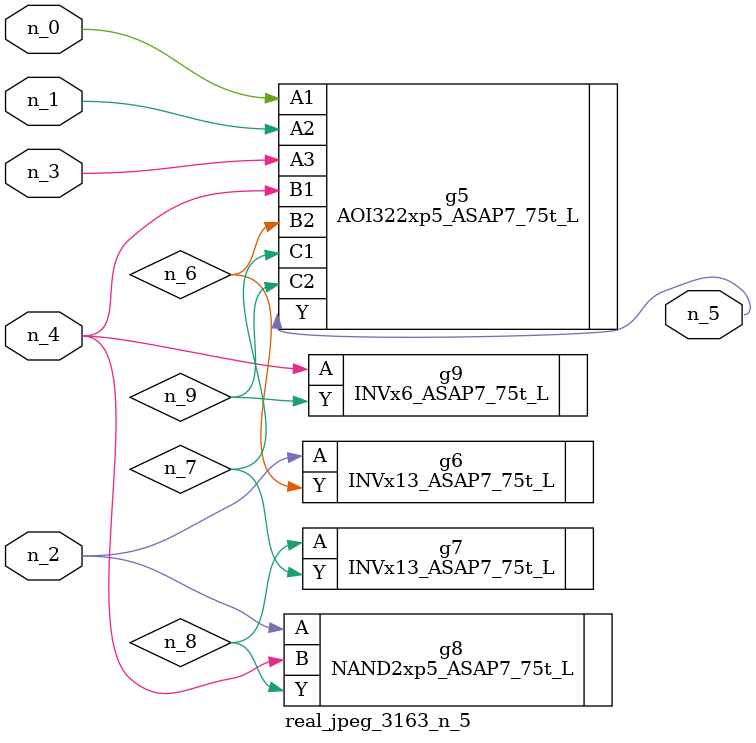
<source format=v>
module real_jpeg_3163_n_5 (n_4, n_0, n_1, n_2, n_3, n_5);

input n_4;
input n_0;
input n_1;
input n_2;
input n_3;

output n_5;

wire n_8;
wire n_6;
wire n_7;
wire n_9;

AOI322xp5_ASAP7_75t_L g5 ( 
.A1(n_0),
.A2(n_1),
.A3(n_3),
.B1(n_4),
.B2(n_6),
.C1(n_7),
.C2(n_9),
.Y(n_5)
);

INVx13_ASAP7_75t_L g6 ( 
.A(n_2),
.Y(n_6)
);

NAND2xp5_ASAP7_75t_L g8 ( 
.A(n_2),
.B(n_4),
.Y(n_8)
);

INVx6_ASAP7_75t_L g9 ( 
.A(n_4),
.Y(n_9)
);

INVx13_ASAP7_75t_L g7 ( 
.A(n_8),
.Y(n_7)
);


endmodule
</source>
